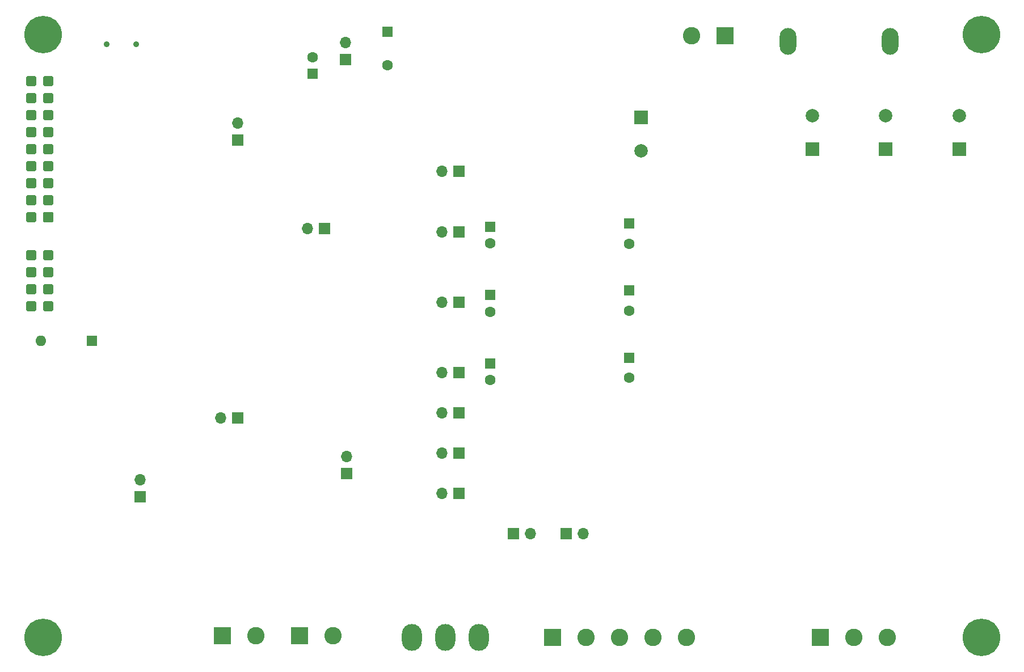
<source format=gbr>
%TF.GenerationSoftware,KiCad,Pcbnew,8.0.4*%
%TF.CreationDate,2024-09-01T17:29:22+03:00*%
%TF.ProjectId,STM32_Motor_Kit_v0.1,53544d33-325f-44d6-9f74-6f725f4b6974,rev?*%
%TF.SameCoordinates,Original*%
%TF.FileFunction,Soldermask,Bot*%
%TF.FilePolarity,Negative*%
%FSLAX45Y45*%
G04 Gerber Fmt 4.5, Leading zero omitted, Abs format (unit mm)*
G04 Created by KiCad (PCBNEW 8.0.4) date 2024-09-01 17:29:22*
%MOMM*%
%LPD*%
G01*
G04 APERTURE LIST*
G04 Aperture macros list*
%AMRoundRect*
0 Rectangle with rounded corners*
0 $1 Rounding radius*
0 $2 $3 $4 $5 $6 $7 $8 $9 X,Y pos of 4 corners*
0 Add a 4 corners polygon primitive as box body*
4,1,4,$2,$3,$4,$5,$6,$7,$8,$9,$2,$3,0*
0 Add four circle primitives for the rounded corners*
1,1,$1+$1,$2,$3*
1,1,$1+$1,$4,$5*
1,1,$1+$1,$6,$7*
1,1,$1+$1,$8,$9*
0 Add four rect primitives between the rounded corners*
20,1,$1+$1,$2,$3,$4,$5,0*
20,1,$1+$1,$4,$5,$6,$7,0*
20,1,$1+$1,$6,$7,$8,$9,0*
20,1,$1+$1,$8,$9,$2,$3,0*%
%AMFreePoly0*
4,1,25,-0.800000,0.400000,-0.780423,0.523607,-0.723607,0.635114,-0.635114,0.723607,-0.523607,0.780423,-0.400000,0.800000,0.400000,0.800000,0.523607,0.780423,0.635114,0.723607,0.723607,0.635114,0.780423,0.523607,0.800000,0.400000,0.800000,-0.400000,0.780423,-0.523607,0.723607,-0.635114,0.635114,-0.723607,0.523607,-0.780423,0.400000,-0.800000,-0.400000,-0.800000,-0.523607,-0.780423,
-0.635114,-0.723607,-0.723607,-0.635114,-0.780423,-0.523607,-0.800000,-0.400000,-0.800000,0.400000,-0.800000,0.400000,$1*%
G04 Aperture macros list end*
%ADD10R,1.700000X1.700000*%
%ADD11O,1.700000X1.700000*%
%ADD12R,1.600000X1.600000*%
%ADD13C,1.600000*%
%ADD14RoundRect,0.400000X0.400000X0.400000X-0.400000X0.400000X-0.400000X-0.400000X0.400000X-0.400000X0*%
%ADD15C,0.800000*%
%ADD16C,5.600000*%
%ADD17R,2.000000X2.000000*%
%ADD18C,2.000000*%
%ADD19O,1.600000X1.600000*%
%ADD20C,0.900000*%
%ADD21R,2.600000X2.600000*%
%ADD22C,2.600000*%
%ADD23O,2.500000X4.000000*%
%ADD24FreePoly0,180.000000*%
%ADD25O,3.000000X4.000000*%
G04 APERTURE END LIST*
D10*
%TO.C,JP13*%
X10025000Y-12052500D03*
D11*
X10025000Y-11798500D03*
%TD*%
D12*
%TO.C,C57*%
X14245000Y-10325000D03*
D13*
X14245000Y-10625000D03*
%TD*%
D10*
%TO.C,JP4*%
X8402500Y-11225000D03*
D11*
X8148500Y-11225000D03*
%TD*%
D12*
%TO.C,C43*%
X12170000Y-8369489D03*
D13*
X12170000Y-8619489D03*
%TD*%
D14*
%TO.C,J2*%
X5573500Y-9555000D03*
X5319500Y-9555000D03*
X5573500Y-9301000D03*
X5319500Y-9301000D03*
X5573500Y-9047000D03*
X5319500Y-9047000D03*
X5573500Y-8793000D03*
X5319500Y-8793000D03*
%TD*%
D15*
%TO.C,H2*%
X19280000Y-5500000D03*
X19350000Y-5350000D03*
X19350000Y-5650000D03*
X19500000Y-5280000D03*
D16*
X19500000Y-5500000D03*
D15*
X19500000Y-5720000D03*
X19650000Y-5350000D03*
X19650000Y-5650000D03*
X19720000Y-5500000D03*
%TD*%
D10*
%TO.C,JP10*%
X11702500Y-12350000D03*
D11*
X11448500Y-12350000D03*
%TD*%
D17*
%TO.C,C19*%
X14425000Y-6738232D03*
D18*
X14425000Y-7238232D03*
%TD*%
D10*
%TO.C,JP6*%
X11702500Y-8450000D03*
D11*
X11448500Y-8450000D03*
%TD*%
D12*
%TO.C,C45*%
X12170000Y-10409489D03*
D13*
X12170000Y-10659489D03*
%TD*%
D12*
%TO.C,SW1*%
X6225000Y-10075000D03*
D19*
X5463000Y-10075000D03*
%TD*%
D17*
%TO.C,C58*%
X18075000Y-7211768D03*
D18*
X18075000Y-6711768D03*
%TD*%
D12*
%TO.C,C53*%
X14245000Y-8325000D03*
D13*
X14245000Y-8625000D03*
%TD*%
D10*
%TO.C,JP12*%
X13307500Y-12950000D03*
D11*
X13561500Y-12950000D03*
%TD*%
D20*
%TO.C,J8*%
X6890000Y-5650000D03*
X6450000Y-5650000D03*
%TD*%
D17*
%TO.C,C59*%
X19175000Y-7211768D03*
D18*
X19175000Y-6711768D03*
%TD*%
D15*
%TO.C,H4*%
X19280000Y-14500000D03*
X19350000Y-14350000D03*
X19350000Y-14650000D03*
X19500000Y-14280000D03*
D16*
X19500000Y-14500000D03*
D15*
X19500000Y-14720000D03*
X19650000Y-14350000D03*
X19650000Y-14650000D03*
X19720000Y-14500000D03*
%TD*%
D12*
%TO.C,C31*%
X10640000Y-5459735D03*
D13*
X10640000Y-5959735D03*
%TD*%
D21*
%TO.C,J3*%
X8175000Y-14480500D03*
D22*
X8675000Y-14480500D03*
%TD*%
D10*
%TO.C,JP7*%
X11705000Y-9500000D03*
D11*
X11451000Y-9500000D03*
%TD*%
D21*
%TO.C,J5*%
X13100000Y-14500000D03*
D22*
X13600000Y-14500000D03*
X14100000Y-14500000D03*
X14600000Y-14500000D03*
X15100000Y-14500000D03*
%TD*%
D23*
%TO.C,F1*%
X16613000Y-5600000D03*
X18137000Y-5600000D03*
%TD*%
D21*
%TO.C,J1*%
X15675000Y-5519500D03*
D22*
X15175000Y-5519500D03*
%TD*%
D10*
%TO.C,JP15*%
X8400000Y-7077500D03*
D11*
X8400000Y-6823500D03*
%TD*%
D21*
%TO.C,J4*%
X17100000Y-14500000D03*
D22*
X17600000Y-14500000D03*
X18100000Y-14500000D03*
%TD*%
D12*
%TO.C,C44*%
X12170000Y-9389489D03*
D13*
X12170000Y-9639489D03*
%TD*%
D10*
%TO.C,JP3*%
X11702500Y-7540000D03*
D11*
X11448500Y-7540000D03*
%TD*%
D15*
%TO.C,H3*%
X5280000Y-14500000D03*
X5350000Y-14350000D03*
X5350000Y-14650000D03*
X5500000Y-14280000D03*
D16*
X5500000Y-14500000D03*
D15*
X5500000Y-14720000D03*
X5650000Y-14350000D03*
X5650000Y-14650000D03*
X5720000Y-14500000D03*
%TD*%
D10*
%TO.C,JP9*%
X11702500Y-11750000D03*
D11*
X11448500Y-11750000D03*
%TD*%
D24*
%TO.C,J6*%
X5575000Y-8233000D03*
D14*
X5321000Y-8233000D03*
X5575000Y-7979000D03*
X5321000Y-7979000D03*
X5575000Y-7725000D03*
X5321000Y-7725000D03*
X5575000Y-7471000D03*
X5321000Y-7471000D03*
X5575000Y-7217000D03*
X5321000Y-7217000D03*
X5575000Y-6963000D03*
X5321000Y-6963000D03*
X5575000Y-6709000D03*
X5321000Y-6709000D03*
X5575000Y-6455000D03*
X5321000Y-6455000D03*
X5575000Y-6201000D03*
X5321000Y-6201000D03*
%TD*%
D15*
%TO.C,H1*%
X5280000Y-5500000D03*
X5350000Y-5350000D03*
X5350000Y-5650000D03*
X5500000Y-5280000D03*
D16*
X5500000Y-5500000D03*
D15*
X5500000Y-5720000D03*
X5650000Y-5350000D03*
X5650000Y-5650000D03*
X5720000Y-5500000D03*
%TD*%
D10*
%TO.C,JP2*%
X10010000Y-5877500D03*
D11*
X10010000Y-5623500D03*
%TD*%
D25*
%TO.C,RV1*%
X11000000Y-14500000D03*
X11500000Y-14500000D03*
X12000000Y-14500000D03*
%TD*%
D17*
%TO.C,C103*%
X16980000Y-7211768D03*
D18*
X16980000Y-6711768D03*
%TD*%
D10*
%TO.C,JP1*%
X9702500Y-8400000D03*
D11*
X9448500Y-8400000D03*
%TD*%
D10*
%TO.C,JP5*%
X11702500Y-10550000D03*
D11*
X11448500Y-10550000D03*
%TD*%
D10*
%TO.C,JP14*%
X6950000Y-12400000D03*
D11*
X6950000Y-12146000D03*
%TD*%
D21*
%TO.C,J7*%
X9325000Y-14480500D03*
D22*
X9825000Y-14480500D03*
%TD*%
D10*
%TO.C,JP8*%
X11702500Y-11150000D03*
D11*
X11448500Y-11150000D03*
%TD*%
D12*
%TO.C,C11*%
X9520000Y-6090511D03*
D13*
X9520000Y-5840511D03*
%TD*%
D10*
%TO.C,JP11*%
X12522500Y-12950000D03*
D11*
X12776500Y-12950000D03*
%TD*%
D12*
%TO.C,C55*%
X14245000Y-9325000D03*
D13*
X14245000Y-9625000D03*
%TD*%
M02*

</source>
